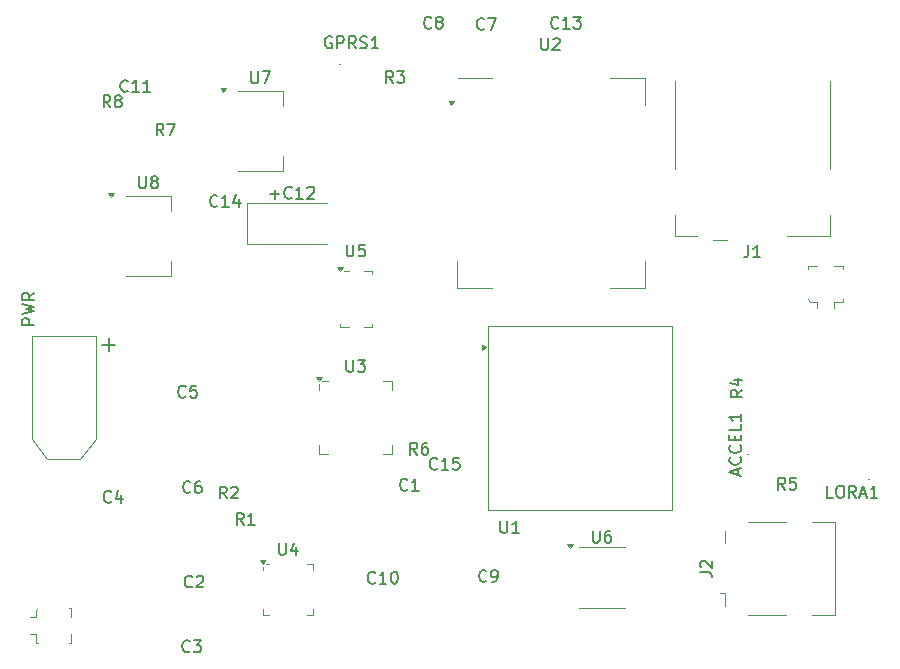
<source format=gbr>
%TF.GenerationSoftware,KiCad,Pcbnew,8.0.5*%
%TF.CreationDate,2024-11-03T18:03:45-05:00*%
%TF.ProjectId,emerald_pcb,656d6572-616c-4645-9f70-63622e6b6963,rev?*%
%TF.SameCoordinates,Original*%
%TF.FileFunction,Legend,Top*%
%TF.FilePolarity,Positive*%
%FSLAX46Y46*%
G04 Gerber Fmt 4.6, Leading zero omitted, Abs format (unit mm)*
G04 Created by KiCad (PCBNEW 8.0.5) date 2024-11-03 18:03:45*
%MOMM*%
%LPD*%
G01*
G04 APERTURE LIST*
%ADD10C,0.150000*%
%ADD11C,0.120000*%
%ADD12C,0.100000*%
G04 APERTURE END LIST*
D10*
X56105367Y-49746266D02*
X56867272Y-49746266D01*
X56486319Y-50127219D02*
X56486319Y-49365314D01*
X57914890Y-50031980D02*
X57867271Y-50079600D01*
X57867271Y-50079600D02*
X57724414Y-50127219D01*
X57724414Y-50127219D02*
X57629176Y-50127219D01*
X57629176Y-50127219D02*
X57486319Y-50079600D01*
X57486319Y-50079600D02*
X57391081Y-49984361D01*
X57391081Y-49984361D02*
X57343462Y-49889123D01*
X57343462Y-49889123D02*
X57295843Y-49698647D01*
X57295843Y-49698647D02*
X57295843Y-49555790D01*
X57295843Y-49555790D02*
X57343462Y-49365314D01*
X57343462Y-49365314D02*
X57391081Y-49270076D01*
X57391081Y-49270076D02*
X57486319Y-49174838D01*
X57486319Y-49174838D02*
X57629176Y-49127219D01*
X57629176Y-49127219D02*
X57724414Y-49127219D01*
X57724414Y-49127219D02*
X57867271Y-49174838D01*
X57867271Y-49174838D02*
X57914890Y-49222457D01*
X58867271Y-50127219D02*
X58295843Y-50127219D01*
X58581557Y-50127219D02*
X58581557Y-49127219D01*
X58581557Y-49127219D02*
X58486319Y-49270076D01*
X58486319Y-49270076D02*
X58391081Y-49365314D01*
X58391081Y-49365314D02*
X58295843Y-49412933D01*
X59248224Y-49222457D02*
X59295843Y-49174838D01*
X59295843Y-49174838D02*
X59391081Y-49127219D01*
X59391081Y-49127219D02*
X59629176Y-49127219D01*
X59629176Y-49127219D02*
X59724414Y-49174838D01*
X59724414Y-49174838D02*
X59772033Y-49222457D01*
X59772033Y-49222457D02*
X59819652Y-49317695D01*
X59819652Y-49317695D02*
X59819652Y-49412933D01*
X59819652Y-49412933D02*
X59772033Y-49555790D01*
X59772033Y-49555790D02*
X59200605Y-50127219D01*
X59200605Y-50127219D02*
X59819652Y-50127219D01*
X70233742Y-72969580D02*
X70186123Y-73017200D01*
X70186123Y-73017200D02*
X70043266Y-73064819D01*
X70043266Y-73064819D02*
X69948028Y-73064819D01*
X69948028Y-73064819D02*
X69805171Y-73017200D01*
X69805171Y-73017200D02*
X69709933Y-72921961D01*
X69709933Y-72921961D02*
X69662314Y-72826723D01*
X69662314Y-72826723D02*
X69614695Y-72636247D01*
X69614695Y-72636247D02*
X69614695Y-72493390D01*
X69614695Y-72493390D02*
X69662314Y-72302914D01*
X69662314Y-72302914D02*
X69709933Y-72207676D01*
X69709933Y-72207676D02*
X69805171Y-72112438D01*
X69805171Y-72112438D02*
X69948028Y-72064819D01*
X69948028Y-72064819D02*
X70043266Y-72064819D01*
X70043266Y-72064819D02*
X70186123Y-72112438D01*
X70186123Y-72112438D02*
X70233742Y-72160057D01*
X71186123Y-73064819D02*
X70614695Y-73064819D01*
X70900409Y-73064819D02*
X70900409Y-72064819D01*
X70900409Y-72064819D02*
X70805171Y-72207676D01*
X70805171Y-72207676D02*
X70709933Y-72302914D01*
X70709933Y-72302914D02*
X70614695Y-72350533D01*
X72090885Y-72064819D02*
X71614695Y-72064819D01*
X71614695Y-72064819D02*
X71567076Y-72541009D01*
X71567076Y-72541009D02*
X71614695Y-72493390D01*
X71614695Y-72493390D02*
X71709933Y-72445771D01*
X71709933Y-72445771D02*
X71948028Y-72445771D01*
X71948028Y-72445771D02*
X72043266Y-72493390D01*
X72043266Y-72493390D02*
X72090885Y-72541009D01*
X72090885Y-72541009D02*
X72138504Y-72636247D01*
X72138504Y-72636247D02*
X72138504Y-72874342D01*
X72138504Y-72874342D02*
X72090885Y-72969580D01*
X72090885Y-72969580D02*
X72043266Y-73017200D01*
X72043266Y-73017200D02*
X71948028Y-73064819D01*
X71948028Y-73064819D02*
X71709933Y-73064819D01*
X71709933Y-73064819D02*
X71614695Y-73017200D01*
X71614695Y-73017200D02*
X71567076Y-72969580D01*
X51640942Y-50719180D02*
X51593323Y-50766800D01*
X51593323Y-50766800D02*
X51450466Y-50814419D01*
X51450466Y-50814419D02*
X51355228Y-50814419D01*
X51355228Y-50814419D02*
X51212371Y-50766800D01*
X51212371Y-50766800D02*
X51117133Y-50671561D01*
X51117133Y-50671561D02*
X51069514Y-50576323D01*
X51069514Y-50576323D02*
X51021895Y-50385847D01*
X51021895Y-50385847D02*
X51021895Y-50242990D01*
X51021895Y-50242990D02*
X51069514Y-50052514D01*
X51069514Y-50052514D02*
X51117133Y-49957276D01*
X51117133Y-49957276D02*
X51212371Y-49862038D01*
X51212371Y-49862038D02*
X51355228Y-49814419D01*
X51355228Y-49814419D02*
X51450466Y-49814419D01*
X51450466Y-49814419D02*
X51593323Y-49862038D01*
X51593323Y-49862038D02*
X51640942Y-49909657D01*
X52593323Y-50814419D02*
X52021895Y-50814419D01*
X52307609Y-50814419D02*
X52307609Y-49814419D01*
X52307609Y-49814419D02*
X52212371Y-49957276D01*
X52212371Y-49957276D02*
X52117133Y-50052514D01*
X52117133Y-50052514D02*
X52021895Y-50100133D01*
X53450466Y-50147752D02*
X53450466Y-50814419D01*
X53212371Y-49766800D02*
X52974276Y-50481085D01*
X52974276Y-50481085D02*
X53593323Y-50481085D01*
X80495342Y-35631580D02*
X80447723Y-35679200D01*
X80447723Y-35679200D02*
X80304866Y-35726819D01*
X80304866Y-35726819D02*
X80209628Y-35726819D01*
X80209628Y-35726819D02*
X80066771Y-35679200D01*
X80066771Y-35679200D02*
X79971533Y-35583961D01*
X79971533Y-35583961D02*
X79923914Y-35488723D01*
X79923914Y-35488723D02*
X79876295Y-35298247D01*
X79876295Y-35298247D02*
X79876295Y-35155390D01*
X79876295Y-35155390D02*
X79923914Y-34964914D01*
X79923914Y-34964914D02*
X79971533Y-34869676D01*
X79971533Y-34869676D02*
X80066771Y-34774438D01*
X80066771Y-34774438D02*
X80209628Y-34726819D01*
X80209628Y-34726819D02*
X80304866Y-34726819D01*
X80304866Y-34726819D02*
X80447723Y-34774438D01*
X80447723Y-34774438D02*
X80495342Y-34822057D01*
X81447723Y-35726819D02*
X80876295Y-35726819D01*
X81162009Y-35726819D02*
X81162009Y-34726819D01*
X81162009Y-34726819D02*
X81066771Y-34869676D01*
X81066771Y-34869676D02*
X80971533Y-34964914D01*
X80971533Y-34964914D02*
X80876295Y-35012533D01*
X81781057Y-34726819D02*
X82400104Y-34726819D01*
X82400104Y-34726819D02*
X82066771Y-35107771D01*
X82066771Y-35107771D02*
X82209628Y-35107771D01*
X82209628Y-35107771D02*
X82304866Y-35155390D01*
X82304866Y-35155390D02*
X82352485Y-35203009D01*
X82352485Y-35203009D02*
X82400104Y-35298247D01*
X82400104Y-35298247D02*
X82400104Y-35536342D01*
X82400104Y-35536342D02*
X82352485Y-35631580D01*
X82352485Y-35631580D02*
X82304866Y-35679200D01*
X82304866Y-35679200D02*
X82209628Y-35726819D01*
X82209628Y-35726819D02*
X81923914Y-35726819D01*
X81923914Y-35726819D02*
X81828676Y-35679200D01*
X81828676Y-35679200D02*
X81781057Y-35631580D01*
X68553533Y-71794819D02*
X68220200Y-71318628D01*
X67982105Y-71794819D02*
X67982105Y-70794819D01*
X67982105Y-70794819D02*
X68363057Y-70794819D01*
X68363057Y-70794819D02*
X68458295Y-70842438D01*
X68458295Y-70842438D02*
X68505914Y-70890057D01*
X68505914Y-70890057D02*
X68553533Y-70985295D01*
X68553533Y-70985295D02*
X68553533Y-71128152D01*
X68553533Y-71128152D02*
X68505914Y-71223390D01*
X68505914Y-71223390D02*
X68458295Y-71271009D01*
X68458295Y-71271009D02*
X68363057Y-71318628D01*
X68363057Y-71318628D02*
X67982105Y-71318628D01*
X69410676Y-70794819D02*
X69220200Y-70794819D01*
X69220200Y-70794819D02*
X69124962Y-70842438D01*
X69124962Y-70842438D02*
X69077343Y-70890057D01*
X69077343Y-70890057D02*
X68982105Y-71032914D01*
X68982105Y-71032914D02*
X68934486Y-71223390D01*
X68934486Y-71223390D02*
X68934486Y-71604342D01*
X68934486Y-71604342D02*
X68982105Y-71699580D01*
X68982105Y-71699580D02*
X69029724Y-71747200D01*
X69029724Y-71747200D02*
X69124962Y-71794819D01*
X69124962Y-71794819D02*
X69315438Y-71794819D01*
X69315438Y-71794819D02*
X69410676Y-71747200D01*
X69410676Y-71747200D02*
X69458295Y-71699580D01*
X69458295Y-71699580D02*
X69505914Y-71604342D01*
X69505914Y-71604342D02*
X69505914Y-71366247D01*
X69505914Y-71366247D02*
X69458295Y-71271009D01*
X69458295Y-71271009D02*
X69410676Y-71223390D01*
X69410676Y-71223390D02*
X69315438Y-71175771D01*
X69315438Y-71175771D02*
X69124962Y-71175771D01*
X69124962Y-71175771D02*
X69029724Y-71223390D01*
X69029724Y-71223390D02*
X68982105Y-71271009D01*
X68982105Y-71271009D02*
X68934486Y-71366247D01*
X53844333Y-77738419D02*
X53511000Y-77262228D01*
X53272905Y-77738419D02*
X53272905Y-76738419D01*
X53272905Y-76738419D02*
X53653857Y-76738419D01*
X53653857Y-76738419D02*
X53749095Y-76786038D01*
X53749095Y-76786038D02*
X53796714Y-76833657D01*
X53796714Y-76833657D02*
X53844333Y-76928895D01*
X53844333Y-76928895D02*
X53844333Y-77071752D01*
X53844333Y-77071752D02*
X53796714Y-77166990D01*
X53796714Y-77166990D02*
X53749095Y-77214609D01*
X53749095Y-77214609D02*
X53653857Y-77262228D01*
X53653857Y-77262228D02*
X53272905Y-77262228D01*
X54796714Y-77738419D02*
X54225286Y-77738419D01*
X54511000Y-77738419D02*
X54511000Y-76738419D01*
X54511000Y-76738419D02*
X54415762Y-76881276D01*
X54415762Y-76881276D02*
X54320524Y-76976514D01*
X54320524Y-76976514D02*
X54225286Y-77024133D01*
X52421933Y-75503219D02*
X52088600Y-75027028D01*
X51850505Y-75503219D02*
X51850505Y-74503219D01*
X51850505Y-74503219D02*
X52231457Y-74503219D01*
X52231457Y-74503219D02*
X52326695Y-74550838D01*
X52326695Y-74550838D02*
X52374314Y-74598457D01*
X52374314Y-74598457D02*
X52421933Y-74693695D01*
X52421933Y-74693695D02*
X52421933Y-74836552D01*
X52421933Y-74836552D02*
X52374314Y-74931790D01*
X52374314Y-74931790D02*
X52326695Y-74979409D01*
X52326695Y-74979409D02*
X52231457Y-75027028D01*
X52231457Y-75027028D02*
X51850505Y-75027028D01*
X52802886Y-74598457D02*
X52850505Y-74550838D01*
X52850505Y-74550838D02*
X52945743Y-74503219D01*
X52945743Y-74503219D02*
X53183838Y-74503219D01*
X53183838Y-74503219D02*
X53279076Y-74550838D01*
X53279076Y-74550838D02*
X53326695Y-74598457D01*
X53326695Y-74598457D02*
X53374314Y-74693695D01*
X53374314Y-74693695D02*
X53374314Y-74788933D01*
X53374314Y-74788933D02*
X53326695Y-74931790D01*
X53326695Y-74931790D02*
X52755267Y-75503219D01*
X52755267Y-75503219D02*
X53374314Y-75503219D01*
X42566733Y-42381619D02*
X42233400Y-41905428D01*
X41995305Y-42381619D02*
X41995305Y-41381619D01*
X41995305Y-41381619D02*
X42376257Y-41381619D01*
X42376257Y-41381619D02*
X42471495Y-41429238D01*
X42471495Y-41429238D02*
X42519114Y-41476857D01*
X42519114Y-41476857D02*
X42566733Y-41572095D01*
X42566733Y-41572095D02*
X42566733Y-41714952D01*
X42566733Y-41714952D02*
X42519114Y-41810190D01*
X42519114Y-41810190D02*
X42471495Y-41857809D01*
X42471495Y-41857809D02*
X42376257Y-41905428D01*
X42376257Y-41905428D02*
X41995305Y-41905428D01*
X43138162Y-41810190D02*
X43042924Y-41762571D01*
X43042924Y-41762571D02*
X42995305Y-41714952D01*
X42995305Y-41714952D02*
X42947686Y-41619714D01*
X42947686Y-41619714D02*
X42947686Y-41572095D01*
X42947686Y-41572095D02*
X42995305Y-41476857D01*
X42995305Y-41476857D02*
X43042924Y-41429238D01*
X43042924Y-41429238D02*
X43138162Y-41381619D01*
X43138162Y-41381619D02*
X43328638Y-41381619D01*
X43328638Y-41381619D02*
X43423876Y-41429238D01*
X43423876Y-41429238D02*
X43471495Y-41476857D01*
X43471495Y-41476857D02*
X43519114Y-41572095D01*
X43519114Y-41572095D02*
X43519114Y-41619714D01*
X43519114Y-41619714D02*
X43471495Y-41714952D01*
X43471495Y-41714952D02*
X43423876Y-41762571D01*
X43423876Y-41762571D02*
X43328638Y-41810190D01*
X43328638Y-41810190D02*
X43138162Y-41810190D01*
X43138162Y-41810190D02*
X43042924Y-41857809D01*
X43042924Y-41857809D02*
X42995305Y-41905428D01*
X42995305Y-41905428D02*
X42947686Y-42000666D01*
X42947686Y-42000666D02*
X42947686Y-42191142D01*
X42947686Y-42191142D02*
X42995305Y-42286380D01*
X42995305Y-42286380D02*
X43042924Y-42334000D01*
X43042924Y-42334000D02*
X43138162Y-42381619D01*
X43138162Y-42381619D02*
X43328638Y-42381619D01*
X43328638Y-42381619D02*
X43423876Y-42334000D01*
X43423876Y-42334000D02*
X43471495Y-42286380D01*
X43471495Y-42286380D02*
X43519114Y-42191142D01*
X43519114Y-42191142D02*
X43519114Y-42000666D01*
X43519114Y-42000666D02*
X43471495Y-41905428D01*
X43471495Y-41905428D02*
X43423876Y-41857809D01*
X43423876Y-41857809D02*
X43328638Y-41810190D01*
X47065133Y-44769219D02*
X46731800Y-44293028D01*
X46493705Y-44769219D02*
X46493705Y-43769219D01*
X46493705Y-43769219D02*
X46874657Y-43769219D01*
X46874657Y-43769219D02*
X46969895Y-43816838D01*
X46969895Y-43816838D02*
X47017514Y-43864457D01*
X47017514Y-43864457D02*
X47065133Y-43959695D01*
X47065133Y-43959695D02*
X47065133Y-44102552D01*
X47065133Y-44102552D02*
X47017514Y-44197790D01*
X47017514Y-44197790D02*
X46969895Y-44245409D01*
X46969895Y-44245409D02*
X46874657Y-44293028D01*
X46874657Y-44293028D02*
X46493705Y-44293028D01*
X47398467Y-43769219D02*
X48065133Y-43769219D01*
X48065133Y-43769219D02*
X47636562Y-44769219D01*
X99707733Y-74758419D02*
X99374400Y-74282228D01*
X99136305Y-74758419D02*
X99136305Y-73758419D01*
X99136305Y-73758419D02*
X99517257Y-73758419D01*
X99517257Y-73758419D02*
X99612495Y-73806038D01*
X99612495Y-73806038D02*
X99660114Y-73853657D01*
X99660114Y-73853657D02*
X99707733Y-73948895D01*
X99707733Y-73948895D02*
X99707733Y-74091752D01*
X99707733Y-74091752D02*
X99660114Y-74186990D01*
X99660114Y-74186990D02*
X99612495Y-74234609D01*
X99612495Y-74234609D02*
X99517257Y-74282228D01*
X99517257Y-74282228D02*
X99136305Y-74282228D01*
X100612495Y-73758419D02*
X100136305Y-73758419D01*
X100136305Y-73758419D02*
X100088686Y-74234609D01*
X100088686Y-74234609D02*
X100136305Y-74186990D01*
X100136305Y-74186990D02*
X100231543Y-74139371D01*
X100231543Y-74139371D02*
X100469638Y-74139371D01*
X100469638Y-74139371D02*
X100564876Y-74186990D01*
X100564876Y-74186990D02*
X100612495Y-74234609D01*
X100612495Y-74234609D02*
X100660114Y-74329847D01*
X100660114Y-74329847D02*
X100660114Y-74567942D01*
X100660114Y-74567942D02*
X100612495Y-74663180D01*
X100612495Y-74663180D02*
X100564876Y-74710800D01*
X100564876Y-74710800D02*
X100469638Y-74758419D01*
X100469638Y-74758419D02*
X100231543Y-74758419D01*
X100231543Y-74758419D02*
X100136305Y-74710800D01*
X100136305Y-74710800D02*
X100088686Y-74663180D01*
X66521533Y-40316019D02*
X66188200Y-39839828D01*
X65950105Y-40316019D02*
X65950105Y-39316019D01*
X65950105Y-39316019D02*
X66331057Y-39316019D01*
X66331057Y-39316019D02*
X66426295Y-39363638D01*
X66426295Y-39363638D02*
X66473914Y-39411257D01*
X66473914Y-39411257D02*
X66521533Y-39506495D01*
X66521533Y-39506495D02*
X66521533Y-39649352D01*
X66521533Y-39649352D02*
X66473914Y-39744590D01*
X66473914Y-39744590D02*
X66426295Y-39792209D01*
X66426295Y-39792209D02*
X66331057Y-39839828D01*
X66331057Y-39839828D02*
X65950105Y-39839828D01*
X66854867Y-39316019D02*
X67473914Y-39316019D01*
X67473914Y-39316019D02*
X67140581Y-39696971D01*
X67140581Y-39696971D02*
X67283438Y-39696971D01*
X67283438Y-39696971D02*
X67378676Y-39744590D01*
X67378676Y-39744590D02*
X67426295Y-39792209D01*
X67426295Y-39792209D02*
X67473914Y-39887447D01*
X67473914Y-39887447D02*
X67473914Y-40125542D01*
X67473914Y-40125542D02*
X67426295Y-40220780D01*
X67426295Y-40220780D02*
X67378676Y-40268400D01*
X67378676Y-40268400D02*
X67283438Y-40316019D01*
X67283438Y-40316019D02*
X66997724Y-40316019D01*
X66997724Y-40316019D02*
X66902486Y-40268400D01*
X66902486Y-40268400D02*
X66854867Y-40220780D01*
X96077219Y-66320466D02*
X95601028Y-66653799D01*
X96077219Y-66891894D02*
X95077219Y-66891894D01*
X95077219Y-66891894D02*
X95077219Y-66510942D01*
X95077219Y-66510942D02*
X95124838Y-66415704D01*
X95124838Y-66415704D02*
X95172457Y-66368085D01*
X95172457Y-66368085D02*
X95267695Y-66320466D01*
X95267695Y-66320466D02*
X95410552Y-66320466D01*
X95410552Y-66320466D02*
X95505790Y-66368085D01*
X95505790Y-66368085D02*
X95553409Y-66415704D01*
X95553409Y-66415704D02*
X95601028Y-66510942D01*
X95601028Y-66510942D02*
X95601028Y-66891894D01*
X95410552Y-65463323D02*
X96077219Y-65463323D01*
X95029600Y-65701418D02*
X95743885Y-65939513D01*
X95743885Y-65939513D02*
X95743885Y-65320466D01*
X74215133Y-35733180D02*
X74167514Y-35780800D01*
X74167514Y-35780800D02*
X74024657Y-35828419D01*
X74024657Y-35828419D02*
X73929419Y-35828419D01*
X73929419Y-35828419D02*
X73786562Y-35780800D01*
X73786562Y-35780800D02*
X73691324Y-35685561D01*
X73691324Y-35685561D02*
X73643705Y-35590323D01*
X73643705Y-35590323D02*
X73596086Y-35399847D01*
X73596086Y-35399847D02*
X73596086Y-35256990D01*
X73596086Y-35256990D02*
X73643705Y-35066514D01*
X73643705Y-35066514D02*
X73691324Y-34971276D01*
X73691324Y-34971276D02*
X73786562Y-34876038D01*
X73786562Y-34876038D02*
X73929419Y-34828419D01*
X73929419Y-34828419D02*
X74024657Y-34828419D01*
X74024657Y-34828419D02*
X74167514Y-34876038D01*
X74167514Y-34876038D02*
X74215133Y-34923657D01*
X74548467Y-34828419D02*
X75215133Y-34828419D01*
X75215133Y-34828419D02*
X74786562Y-35828419D01*
X69744733Y-35631580D02*
X69697114Y-35679200D01*
X69697114Y-35679200D02*
X69554257Y-35726819D01*
X69554257Y-35726819D02*
X69459019Y-35726819D01*
X69459019Y-35726819D02*
X69316162Y-35679200D01*
X69316162Y-35679200D02*
X69220924Y-35583961D01*
X69220924Y-35583961D02*
X69173305Y-35488723D01*
X69173305Y-35488723D02*
X69125686Y-35298247D01*
X69125686Y-35298247D02*
X69125686Y-35155390D01*
X69125686Y-35155390D02*
X69173305Y-34964914D01*
X69173305Y-34964914D02*
X69220924Y-34869676D01*
X69220924Y-34869676D02*
X69316162Y-34774438D01*
X69316162Y-34774438D02*
X69459019Y-34726819D01*
X69459019Y-34726819D02*
X69554257Y-34726819D01*
X69554257Y-34726819D02*
X69697114Y-34774438D01*
X69697114Y-34774438D02*
X69744733Y-34822057D01*
X70316162Y-35155390D02*
X70220924Y-35107771D01*
X70220924Y-35107771D02*
X70173305Y-35060152D01*
X70173305Y-35060152D02*
X70125686Y-34964914D01*
X70125686Y-34964914D02*
X70125686Y-34917295D01*
X70125686Y-34917295D02*
X70173305Y-34822057D01*
X70173305Y-34822057D02*
X70220924Y-34774438D01*
X70220924Y-34774438D02*
X70316162Y-34726819D01*
X70316162Y-34726819D02*
X70506638Y-34726819D01*
X70506638Y-34726819D02*
X70601876Y-34774438D01*
X70601876Y-34774438D02*
X70649495Y-34822057D01*
X70649495Y-34822057D02*
X70697114Y-34917295D01*
X70697114Y-34917295D02*
X70697114Y-34964914D01*
X70697114Y-34964914D02*
X70649495Y-35060152D01*
X70649495Y-35060152D02*
X70601876Y-35107771D01*
X70601876Y-35107771D02*
X70506638Y-35155390D01*
X70506638Y-35155390D02*
X70316162Y-35155390D01*
X70316162Y-35155390D02*
X70220924Y-35203009D01*
X70220924Y-35203009D02*
X70173305Y-35250628D01*
X70173305Y-35250628D02*
X70125686Y-35345866D01*
X70125686Y-35345866D02*
X70125686Y-35536342D01*
X70125686Y-35536342D02*
X70173305Y-35631580D01*
X70173305Y-35631580D02*
X70220924Y-35679200D01*
X70220924Y-35679200D02*
X70316162Y-35726819D01*
X70316162Y-35726819D02*
X70506638Y-35726819D01*
X70506638Y-35726819D02*
X70601876Y-35679200D01*
X70601876Y-35679200D02*
X70649495Y-35631580D01*
X70649495Y-35631580D02*
X70697114Y-35536342D01*
X70697114Y-35536342D02*
X70697114Y-35345866D01*
X70697114Y-35345866D02*
X70649495Y-35250628D01*
X70649495Y-35250628D02*
X70601876Y-35203009D01*
X70601876Y-35203009D02*
X70506638Y-35155390D01*
X49285733Y-88429980D02*
X49238114Y-88477600D01*
X49238114Y-88477600D02*
X49095257Y-88525219D01*
X49095257Y-88525219D02*
X49000019Y-88525219D01*
X49000019Y-88525219D02*
X48857162Y-88477600D01*
X48857162Y-88477600D02*
X48761924Y-88382361D01*
X48761924Y-88382361D02*
X48714305Y-88287123D01*
X48714305Y-88287123D02*
X48666686Y-88096647D01*
X48666686Y-88096647D02*
X48666686Y-87953790D01*
X48666686Y-87953790D02*
X48714305Y-87763314D01*
X48714305Y-87763314D02*
X48761924Y-87668076D01*
X48761924Y-87668076D02*
X48857162Y-87572838D01*
X48857162Y-87572838D02*
X49000019Y-87525219D01*
X49000019Y-87525219D02*
X49095257Y-87525219D01*
X49095257Y-87525219D02*
X49238114Y-87572838D01*
X49238114Y-87572838D02*
X49285733Y-87620457D01*
X49619067Y-87525219D02*
X50238114Y-87525219D01*
X50238114Y-87525219D02*
X49904781Y-87906171D01*
X49904781Y-87906171D02*
X50047638Y-87906171D01*
X50047638Y-87906171D02*
X50142876Y-87953790D01*
X50142876Y-87953790D02*
X50190495Y-88001409D01*
X50190495Y-88001409D02*
X50238114Y-88096647D01*
X50238114Y-88096647D02*
X50238114Y-88334742D01*
X50238114Y-88334742D02*
X50190495Y-88429980D01*
X50190495Y-88429980D02*
X50142876Y-88477600D01*
X50142876Y-88477600D02*
X50047638Y-88525219D01*
X50047638Y-88525219D02*
X49761924Y-88525219D01*
X49761924Y-88525219D02*
X49666686Y-88477600D01*
X49666686Y-88477600D02*
X49619067Y-88429980D01*
X67712733Y-74747580D02*
X67665114Y-74795200D01*
X67665114Y-74795200D02*
X67522257Y-74842819D01*
X67522257Y-74842819D02*
X67427019Y-74842819D01*
X67427019Y-74842819D02*
X67284162Y-74795200D01*
X67284162Y-74795200D02*
X67188924Y-74699961D01*
X67188924Y-74699961D02*
X67141305Y-74604723D01*
X67141305Y-74604723D02*
X67093686Y-74414247D01*
X67093686Y-74414247D02*
X67093686Y-74271390D01*
X67093686Y-74271390D02*
X67141305Y-74080914D01*
X67141305Y-74080914D02*
X67188924Y-73985676D01*
X67188924Y-73985676D02*
X67284162Y-73890438D01*
X67284162Y-73890438D02*
X67427019Y-73842819D01*
X67427019Y-73842819D02*
X67522257Y-73842819D01*
X67522257Y-73842819D02*
X67665114Y-73890438D01*
X67665114Y-73890438D02*
X67712733Y-73938057D01*
X68665114Y-74842819D02*
X68093686Y-74842819D01*
X68379400Y-74842819D02*
X68379400Y-73842819D01*
X68379400Y-73842819D02*
X68284162Y-73985676D01*
X68284162Y-73985676D02*
X68188924Y-74080914D01*
X68188924Y-74080914D02*
X68093686Y-74128533D01*
X49488933Y-82943580D02*
X49441314Y-82991200D01*
X49441314Y-82991200D02*
X49298457Y-83038819D01*
X49298457Y-83038819D02*
X49203219Y-83038819D01*
X49203219Y-83038819D02*
X49060362Y-82991200D01*
X49060362Y-82991200D02*
X48965124Y-82895961D01*
X48965124Y-82895961D02*
X48917505Y-82800723D01*
X48917505Y-82800723D02*
X48869886Y-82610247D01*
X48869886Y-82610247D02*
X48869886Y-82467390D01*
X48869886Y-82467390D02*
X48917505Y-82276914D01*
X48917505Y-82276914D02*
X48965124Y-82181676D01*
X48965124Y-82181676D02*
X49060362Y-82086438D01*
X49060362Y-82086438D02*
X49203219Y-82038819D01*
X49203219Y-82038819D02*
X49298457Y-82038819D01*
X49298457Y-82038819D02*
X49441314Y-82086438D01*
X49441314Y-82086438D02*
X49488933Y-82134057D01*
X49869886Y-82134057D02*
X49917505Y-82086438D01*
X49917505Y-82086438D02*
X50012743Y-82038819D01*
X50012743Y-82038819D02*
X50250838Y-82038819D01*
X50250838Y-82038819D02*
X50346076Y-82086438D01*
X50346076Y-82086438D02*
X50393695Y-82134057D01*
X50393695Y-82134057D02*
X50441314Y-82229295D01*
X50441314Y-82229295D02*
X50441314Y-82324533D01*
X50441314Y-82324533D02*
X50393695Y-82467390D01*
X50393695Y-82467390D02*
X49822267Y-83038819D01*
X49822267Y-83038819D02*
X50441314Y-83038819D01*
X64990742Y-82621580D02*
X64943123Y-82669200D01*
X64943123Y-82669200D02*
X64800266Y-82716819D01*
X64800266Y-82716819D02*
X64705028Y-82716819D01*
X64705028Y-82716819D02*
X64562171Y-82669200D01*
X64562171Y-82669200D02*
X64466933Y-82573961D01*
X64466933Y-82573961D02*
X64419314Y-82478723D01*
X64419314Y-82478723D02*
X64371695Y-82288247D01*
X64371695Y-82288247D02*
X64371695Y-82145390D01*
X64371695Y-82145390D02*
X64419314Y-81954914D01*
X64419314Y-81954914D02*
X64466933Y-81859676D01*
X64466933Y-81859676D02*
X64562171Y-81764438D01*
X64562171Y-81764438D02*
X64705028Y-81716819D01*
X64705028Y-81716819D02*
X64800266Y-81716819D01*
X64800266Y-81716819D02*
X64943123Y-81764438D01*
X64943123Y-81764438D02*
X64990742Y-81812057D01*
X65943123Y-82716819D02*
X65371695Y-82716819D01*
X65657409Y-82716819D02*
X65657409Y-81716819D01*
X65657409Y-81716819D02*
X65562171Y-81859676D01*
X65562171Y-81859676D02*
X65466933Y-81954914D01*
X65466933Y-81954914D02*
X65371695Y-82002533D01*
X66562171Y-81716819D02*
X66657409Y-81716819D01*
X66657409Y-81716819D02*
X66752647Y-81764438D01*
X66752647Y-81764438D02*
X66800266Y-81812057D01*
X66800266Y-81812057D02*
X66847885Y-81907295D01*
X66847885Y-81907295D02*
X66895504Y-82097771D01*
X66895504Y-82097771D02*
X66895504Y-82335866D01*
X66895504Y-82335866D02*
X66847885Y-82526342D01*
X66847885Y-82526342D02*
X66800266Y-82621580D01*
X66800266Y-82621580D02*
X66752647Y-82669200D01*
X66752647Y-82669200D02*
X66657409Y-82716819D01*
X66657409Y-82716819D02*
X66562171Y-82716819D01*
X66562171Y-82716819D02*
X66466933Y-82669200D01*
X66466933Y-82669200D02*
X66419314Y-82621580D01*
X66419314Y-82621580D02*
X66371695Y-82526342D01*
X66371695Y-82526342D02*
X66324076Y-82335866D01*
X66324076Y-82335866D02*
X66324076Y-82097771D01*
X66324076Y-82097771D02*
X66371695Y-81907295D01*
X66371695Y-81907295D02*
X66419314Y-81812057D01*
X66419314Y-81812057D02*
X66466933Y-81764438D01*
X66466933Y-81764438D02*
X66562171Y-81716819D01*
X74407733Y-82477580D02*
X74360114Y-82525200D01*
X74360114Y-82525200D02*
X74217257Y-82572819D01*
X74217257Y-82572819D02*
X74122019Y-82572819D01*
X74122019Y-82572819D02*
X73979162Y-82525200D01*
X73979162Y-82525200D02*
X73883924Y-82429961D01*
X73883924Y-82429961D02*
X73836305Y-82334723D01*
X73836305Y-82334723D02*
X73788686Y-82144247D01*
X73788686Y-82144247D02*
X73788686Y-82001390D01*
X73788686Y-82001390D02*
X73836305Y-81810914D01*
X73836305Y-81810914D02*
X73883924Y-81715676D01*
X73883924Y-81715676D02*
X73979162Y-81620438D01*
X73979162Y-81620438D02*
X74122019Y-81572819D01*
X74122019Y-81572819D02*
X74217257Y-81572819D01*
X74217257Y-81572819D02*
X74360114Y-81620438D01*
X74360114Y-81620438D02*
X74407733Y-81668057D01*
X74883924Y-82572819D02*
X75074400Y-82572819D01*
X75074400Y-82572819D02*
X75169638Y-82525200D01*
X75169638Y-82525200D02*
X75217257Y-82477580D01*
X75217257Y-82477580D02*
X75312495Y-82334723D01*
X75312495Y-82334723D02*
X75360114Y-82144247D01*
X75360114Y-82144247D02*
X75360114Y-81763295D01*
X75360114Y-81763295D02*
X75312495Y-81668057D01*
X75312495Y-81668057D02*
X75264876Y-81620438D01*
X75264876Y-81620438D02*
X75169638Y-81572819D01*
X75169638Y-81572819D02*
X74979162Y-81572819D01*
X74979162Y-81572819D02*
X74883924Y-81620438D01*
X74883924Y-81620438D02*
X74836305Y-81668057D01*
X74836305Y-81668057D02*
X74788686Y-81763295D01*
X74788686Y-81763295D02*
X74788686Y-82001390D01*
X74788686Y-82001390D02*
X74836305Y-82096628D01*
X74836305Y-82096628D02*
X74883924Y-82144247D01*
X74883924Y-82144247D02*
X74979162Y-82191866D01*
X74979162Y-82191866D02*
X75169638Y-82191866D01*
X75169638Y-82191866D02*
X75264876Y-82144247D01*
X75264876Y-82144247D02*
X75312495Y-82096628D01*
X75312495Y-82096628D02*
X75360114Y-82001390D01*
X49341333Y-74950780D02*
X49293714Y-74998400D01*
X49293714Y-74998400D02*
X49150857Y-75046019D01*
X49150857Y-75046019D02*
X49055619Y-75046019D01*
X49055619Y-75046019D02*
X48912762Y-74998400D01*
X48912762Y-74998400D02*
X48817524Y-74903161D01*
X48817524Y-74903161D02*
X48769905Y-74807923D01*
X48769905Y-74807923D02*
X48722286Y-74617447D01*
X48722286Y-74617447D02*
X48722286Y-74474590D01*
X48722286Y-74474590D02*
X48769905Y-74284114D01*
X48769905Y-74284114D02*
X48817524Y-74188876D01*
X48817524Y-74188876D02*
X48912762Y-74093638D01*
X48912762Y-74093638D02*
X49055619Y-74046019D01*
X49055619Y-74046019D02*
X49150857Y-74046019D01*
X49150857Y-74046019D02*
X49293714Y-74093638D01*
X49293714Y-74093638D02*
X49341333Y-74141257D01*
X50198476Y-74046019D02*
X50008000Y-74046019D01*
X50008000Y-74046019D02*
X49912762Y-74093638D01*
X49912762Y-74093638D02*
X49865143Y-74141257D01*
X49865143Y-74141257D02*
X49769905Y-74284114D01*
X49769905Y-74284114D02*
X49722286Y-74474590D01*
X49722286Y-74474590D02*
X49722286Y-74855542D01*
X49722286Y-74855542D02*
X49769905Y-74950780D01*
X49769905Y-74950780D02*
X49817524Y-74998400D01*
X49817524Y-74998400D02*
X49912762Y-75046019D01*
X49912762Y-75046019D02*
X50103238Y-75046019D01*
X50103238Y-75046019D02*
X50198476Y-74998400D01*
X50198476Y-74998400D02*
X50246095Y-74950780D01*
X50246095Y-74950780D02*
X50293714Y-74855542D01*
X50293714Y-74855542D02*
X50293714Y-74617447D01*
X50293714Y-74617447D02*
X50246095Y-74522209D01*
X50246095Y-74522209D02*
X50198476Y-74474590D01*
X50198476Y-74474590D02*
X50103238Y-74426971D01*
X50103238Y-74426971D02*
X49912762Y-74426971D01*
X49912762Y-74426971D02*
X49817524Y-74474590D01*
X49817524Y-74474590D02*
X49769905Y-74522209D01*
X49769905Y-74522209D02*
X49722286Y-74617447D01*
X42635733Y-75763580D02*
X42588114Y-75811200D01*
X42588114Y-75811200D02*
X42445257Y-75858819D01*
X42445257Y-75858819D02*
X42350019Y-75858819D01*
X42350019Y-75858819D02*
X42207162Y-75811200D01*
X42207162Y-75811200D02*
X42111924Y-75715961D01*
X42111924Y-75715961D02*
X42064305Y-75620723D01*
X42064305Y-75620723D02*
X42016686Y-75430247D01*
X42016686Y-75430247D02*
X42016686Y-75287390D01*
X42016686Y-75287390D02*
X42064305Y-75096914D01*
X42064305Y-75096914D02*
X42111924Y-75001676D01*
X42111924Y-75001676D02*
X42207162Y-74906438D01*
X42207162Y-74906438D02*
X42350019Y-74858819D01*
X42350019Y-74858819D02*
X42445257Y-74858819D01*
X42445257Y-74858819D02*
X42588114Y-74906438D01*
X42588114Y-74906438D02*
X42635733Y-74954057D01*
X43492876Y-75192152D02*
X43492876Y-75858819D01*
X43254781Y-74811200D02*
X43016686Y-75525485D01*
X43016686Y-75525485D02*
X43635733Y-75525485D01*
X48934933Y-66873580D02*
X48887314Y-66921200D01*
X48887314Y-66921200D02*
X48744457Y-66968819D01*
X48744457Y-66968819D02*
X48649219Y-66968819D01*
X48649219Y-66968819D02*
X48506362Y-66921200D01*
X48506362Y-66921200D02*
X48411124Y-66825961D01*
X48411124Y-66825961D02*
X48363505Y-66730723D01*
X48363505Y-66730723D02*
X48315886Y-66540247D01*
X48315886Y-66540247D02*
X48315886Y-66397390D01*
X48315886Y-66397390D02*
X48363505Y-66206914D01*
X48363505Y-66206914D02*
X48411124Y-66111676D01*
X48411124Y-66111676D02*
X48506362Y-66016438D01*
X48506362Y-66016438D02*
X48649219Y-65968819D01*
X48649219Y-65968819D02*
X48744457Y-65968819D01*
X48744457Y-65968819D02*
X48887314Y-66016438D01*
X48887314Y-66016438D02*
X48934933Y-66064057D01*
X49839695Y-65968819D02*
X49363505Y-65968819D01*
X49363505Y-65968819D02*
X49315886Y-66445009D01*
X49315886Y-66445009D02*
X49363505Y-66397390D01*
X49363505Y-66397390D02*
X49458743Y-66349771D01*
X49458743Y-66349771D02*
X49696838Y-66349771D01*
X49696838Y-66349771D02*
X49792076Y-66397390D01*
X49792076Y-66397390D02*
X49839695Y-66445009D01*
X49839695Y-66445009D02*
X49887314Y-66540247D01*
X49887314Y-66540247D02*
X49887314Y-66778342D01*
X49887314Y-66778342D02*
X49839695Y-66873580D01*
X49839695Y-66873580D02*
X49792076Y-66921200D01*
X49792076Y-66921200D02*
X49696838Y-66968819D01*
X49696838Y-66968819D02*
X49458743Y-66968819D01*
X49458743Y-66968819D02*
X49363505Y-66921200D01*
X49363505Y-66921200D02*
X49315886Y-66873580D01*
X44039142Y-40982780D02*
X43991523Y-41030400D01*
X43991523Y-41030400D02*
X43848666Y-41078019D01*
X43848666Y-41078019D02*
X43753428Y-41078019D01*
X43753428Y-41078019D02*
X43610571Y-41030400D01*
X43610571Y-41030400D02*
X43515333Y-40935161D01*
X43515333Y-40935161D02*
X43467714Y-40839923D01*
X43467714Y-40839923D02*
X43420095Y-40649447D01*
X43420095Y-40649447D02*
X43420095Y-40506590D01*
X43420095Y-40506590D02*
X43467714Y-40316114D01*
X43467714Y-40316114D02*
X43515333Y-40220876D01*
X43515333Y-40220876D02*
X43610571Y-40125638D01*
X43610571Y-40125638D02*
X43753428Y-40078019D01*
X43753428Y-40078019D02*
X43848666Y-40078019D01*
X43848666Y-40078019D02*
X43991523Y-40125638D01*
X43991523Y-40125638D02*
X44039142Y-40173257D01*
X44991523Y-41078019D02*
X44420095Y-41078019D01*
X44705809Y-41078019D02*
X44705809Y-40078019D01*
X44705809Y-40078019D02*
X44610571Y-40220876D01*
X44610571Y-40220876D02*
X44515333Y-40316114D01*
X44515333Y-40316114D02*
X44420095Y-40363733D01*
X45943904Y-41078019D02*
X45372476Y-41078019D01*
X45658190Y-41078019D02*
X45658190Y-40078019D01*
X45658190Y-40078019D02*
X45562952Y-40220876D01*
X45562952Y-40220876D02*
X45467714Y-40316114D01*
X45467714Y-40316114D02*
X45372476Y-40363733D01*
X54508095Y-39354019D02*
X54508095Y-40163542D01*
X54508095Y-40163542D02*
X54555714Y-40258780D01*
X54555714Y-40258780D02*
X54603333Y-40306400D01*
X54603333Y-40306400D02*
X54698571Y-40354019D01*
X54698571Y-40354019D02*
X54889047Y-40354019D01*
X54889047Y-40354019D02*
X54984285Y-40306400D01*
X54984285Y-40306400D02*
X55031904Y-40258780D01*
X55031904Y-40258780D02*
X55079523Y-40163542D01*
X55079523Y-40163542D02*
X55079523Y-39354019D01*
X55460476Y-39354019D02*
X56127142Y-39354019D01*
X56127142Y-39354019D02*
X55698571Y-40354019D01*
X96584066Y-54079219D02*
X96584066Y-54793504D01*
X96584066Y-54793504D02*
X96536447Y-54936361D01*
X96536447Y-54936361D02*
X96441209Y-55031600D01*
X96441209Y-55031600D02*
X96298352Y-55079219D01*
X96298352Y-55079219D02*
X96203114Y-55079219D01*
X97584066Y-55079219D02*
X97012638Y-55079219D01*
X97298352Y-55079219D02*
X97298352Y-54079219D01*
X97298352Y-54079219D02*
X97203114Y-54222076D01*
X97203114Y-54222076D02*
X97107876Y-54317314D01*
X97107876Y-54317314D02*
X97012638Y-54364933D01*
X75601295Y-77426019D02*
X75601295Y-78235542D01*
X75601295Y-78235542D02*
X75648914Y-78330780D01*
X75648914Y-78330780D02*
X75696533Y-78378400D01*
X75696533Y-78378400D02*
X75791771Y-78426019D01*
X75791771Y-78426019D02*
X75982247Y-78426019D01*
X75982247Y-78426019D02*
X76077485Y-78378400D01*
X76077485Y-78378400D02*
X76125104Y-78330780D01*
X76125104Y-78330780D02*
X76172723Y-78235542D01*
X76172723Y-78235542D02*
X76172723Y-77426019D01*
X77172723Y-78426019D02*
X76601295Y-78426019D01*
X76887009Y-78426019D02*
X76887009Y-77426019D01*
X76887009Y-77426019D02*
X76791771Y-77568876D01*
X76791771Y-77568876D02*
X76696533Y-77664114D01*
X76696533Y-77664114D02*
X76601295Y-77711733D01*
X61301523Y-36434038D02*
X61206285Y-36386419D01*
X61206285Y-36386419D02*
X61063428Y-36386419D01*
X61063428Y-36386419D02*
X60920571Y-36434038D01*
X60920571Y-36434038D02*
X60825333Y-36529276D01*
X60825333Y-36529276D02*
X60777714Y-36624514D01*
X60777714Y-36624514D02*
X60730095Y-36814990D01*
X60730095Y-36814990D02*
X60730095Y-36957847D01*
X60730095Y-36957847D02*
X60777714Y-37148323D01*
X60777714Y-37148323D02*
X60825333Y-37243561D01*
X60825333Y-37243561D02*
X60920571Y-37338800D01*
X60920571Y-37338800D02*
X61063428Y-37386419D01*
X61063428Y-37386419D02*
X61158666Y-37386419D01*
X61158666Y-37386419D02*
X61301523Y-37338800D01*
X61301523Y-37338800D02*
X61349142Y-37291180D01*
X61349142Y-37291180D02*
X61349142Y-36957847D01*
X61349142Y-36957847D02*
X61158666Y-36957847D01*
X61777714Y-37386419D02*
X61777714Y-36386419D01*
X61777714Y-36386419D02*
X62158666Y-36386419D01*
X62158666Y-36386419D02*
X62253904Y-36434038D01*
X62253904Y-36434038D02*
X62301523Y-36481657D01*
X62301523Y-36481657D02*
X62349142Y-36576895D01*
X62349142Y-36576895D02*
X62349142Y-36719752D01*
X62349142Y-36719752D02*
X62301523Y-36814990D01*
X62301523Y-36814990D02*
X62253904Y-36862609D01*
X62253904Y-36862609D02*
X62158666Y-36910228D01*
X62158666Y-36910228D02*
X61777714Y-36910228D01*
X63349142Y-37386419D02*
X63015809Y-36910228D01*
X62777714Y-37386419D02*
X62777714Y-36386419D01*
X62777714Y-36386419D02*
X63158666Y-36386419D01*
X63158666Y-36386419D02*
X63253904Y-36434038D01*
X63253904Y-36434038D02*
X63301523Y-36481657D01*
X63301523Y-36481657D02*
X63349142Y-36576895D01*
X63349142Y-36576895D02*
X63349142Y-36719752D01*
X63349142Y-36719752D02*
X63301523Y-36814990D01*
X63301523Y-36814990D02*
X63253904Y-36862609D01*
X63253904Y-36862609D02*
X63158666Y-36910228D01*
X63158666Y-36910228D02*
X62777714Y-36910228D01*
X63730095Y-37338800D02*
X63872952Y-37386419D01*
X63872952Y-37386419D02*
X64111047Y-37386419D01*
X64111047Y-37386419D02*
X64206285Y-37338800D01*
X64206285Y-37338800D02*
X64253904Y-37291180D01*
X64253904Y-37291180D02*
X64301523Y-37195942D01*
X64301523Y-37195942D02*
X64301523Y-37100704D01*
X64301523Y-37100704D02*
X64253904Y-37005466D01*
X64253904Y-37005466D02*
X64206285Y-36957847D01*
X64206285Y-36957847D02*
X64111047Y-36910228D01*
X64111047Y-36910228D02*
X63920571Y-36862609D01*
X63920571Y-36862609D02*
X63825333Y-36814990D01*
X63825333Y-36814990D02*
X63777714Y-36767371D01*
X63777714Y-36767371D02*
X63730095Y-36672133D01*
X63730095Y-36672133D02*
X63730095Y-36576895D01*
X63730095Y-36576895D02*
X63777714Y-36481657D01*
X63777714Y-36481657D02*
X63825333Y-36434038D01*
X63825333Y-36434038D02*
X63920571Y-36386419D01*
X63920571Y-36386419D02*
X64158666Y-36386419D01*
X64158666Y-36386419D02*
X64301523Y-36434038D01*
X65253904Y-37386419D02*
X64682476Y-37386419D01*
X64968190Y-37386419D02*
X64968190Y-36386419D01*
X64968190Y-36386419D02*
X64872952Y-36529276D01*
X64872952Y-36529276D02*
X64777714Y-36624514D01*
X64777714Y-36624514D02*
X64682476Y-36672133D01*
X62581695Y-54015219D02*
X62581695Y-54824742D01*
X62581695Y-54824742D02*
X62629314Y-54919980D01*
X62629314Y-54919980D02*
X62676933Y-54967600D01*
X62676933Y-54967600D02*
X62772171Y-55015219D01*
X62772171Y-55015219D02*
X62962647Y-55015219D01*
X62962647Y-55015219D02*
X63057885Y-54967600D01*
X63057885Y-54967600D02*
X63105504Y-54919980D01*
X63105504Y-54919980D02*
X63153123Y-54824742D01*
X63153123Y-54824742D02*
X63153123Y-54015219D01*
X64105504Y-54015219D02*
X63629314Y-54015219D01*
X63629314Y-54015219D02*
X63581695Y-54491409D01*
X63581695Y-54491409D02*
X63629314Y-54443790D01*
X63629314Y-54443790D02*
X63724552Y-54396171D01*
X63724552Y-54396171D02*
X63962647Y-54396171D01*
X63962647Y-54396171D02*
X64057885Y-54443790D01*
X64057885Y-54443790D02*
X64105504Y-54491409D01*
X64105504Y-54491409D02*
X64153123Y-54586647D01*
X64153123Y-54586647D02*
X64153123Y-54824742D01*
X64153123Y-54824742D02*
X64105504Y-54919980D01*
X64105504Y-54919980D02*
X64057885Y-54967600D01*
X64057885Y-54967600D02*
X63962647Y-55015219D01*
X63962647Y-55015219D02*
X63724552Y-55015219D01*
X63724552Y-55015219D02*
X63629314Y-54967600D01*
X63629314Y-54967600D02*
X63581695Y-54919980D01*
X56845295Y-79290219D02*
X56845295Y-80099742D01*
X56845295Y-80099742D02*
X56892914Y-80194980D01*
X56892914Y-80194980D02*
X56940533Y-80242600D01*
X56940533Y-80242600D02*
X57035771Y-80290219D01*
X57035771Y-80290219D02*
X57226247Y-80290219D01*
X57226247Y-80290219D02*
X57321485Y-80242600D01*
X57321485Y-80242600D02*
X57369104Y-80194980D01*
X57369104Y-80194980D02*
X57416723Y-80099742D01*
X57416723Y-80099742D02*
X57416723Y-79290219D01*
X58321485Y-79623552D02*
X58321485Y-80290219D01*
X58083390Y-79242600D02*
X57845295Y-79956885D01*
X57845295Y-79956885D02*
X58464342Y-79956885D01*
X83413695Y-78249219D02*
X83413695Y-79058742D01*
X83413695Y-79058742D02*
X83461314Y-79153980D01*
X83461314Y-79153980D02*
X83508933Y-79201600D01*
X83508933Y-79201600D02*
X83604171Y-79249219D01*
X83604171Y-79249219D02*
X83794647Y-79249219D01*
X83794647Y-79249219D02*
X83889885Y-79201600D01*
X83889885Y-79201600D02*
X83937504Y-79153980D01*
X83937504Y-79153980D02*
X83985123Y-79058742D01*
X83985123Y-79058742D02*
X83985123Y-78249219D01*
X84889885Y-78249219D02*
X84699409Y-78249219D01*
X84699409Y-78249219D02*
X84604171Y-78296838D01*
X84604171Y-78296838D02*
X84556552Y-78344457D01*
X84556552Y-78344457D02*
X84461314Y-78487314D01*
X84461314Y-78487314D02*
X84413695Y-78677790D01*
X84413695Y-78677790D02*
X84413695Y-79058742D01*
X84413695Y-79058742D02*
X84461314Y-79153980D01*
X84461314Y-79153980D02*
X84508933Y-79201600D01*
X84508933Y-79201600D02*
X84604171Y-79249219D01*
X84604171Y-79249219D02*
X84794647Y-79249219D01*
X84794647Y-79249219D02*
X84889885Y-79201600D01*
X84889885Y-79201600D02*
X84937504Y-79153980D01*
X84937504Y-79153980D02*
X84985123Y-79058742D01*
X84985123Y-79058742D02*
X84985123Y-78820647D01*
X84985123Y-78820647D02*
X84937504Y-78725409D01*
X84937504Y-78725409D02*
X84889885Y-78677790D01*
X84889885Y-78677790D02*
X84794647Y-78630171D01*
X84794647Y-78630171D02*
X84604171Y-78630171D01*
X84604171Y-78630171D02*
X84508933Y-78677790D01*
X84508933Y-78677790D02*
X84461314Y-78725409D01*
X84461314Y-78725409D02*
X84413695Y-78820647D01*
X103750752Y-75435619D02*
X103274562Y-75435619D01*
X103274562Y-75435619D02*
X103274562Y-74435619D01*
X104274562Y-74435619D02*
X104465038Y-74435619D01*
X104465038Y-74435619D02*
X104560276Y-74483238D01*
X104560276Y-74483238D02*
X104655514Y-74578476D01*
X104655514Y-74578476D02*
X104703133Y-74768952D01*
X104703133Y-74768952D02*
X104703133Y-75102285D01*
X104703133Y-75102285D02*
X104655514Y-75292761D01*
X104655514Y-75292761D02*
X104560276Y-75388000D01*
X104560276Y-75388000D02*
X104465038Y-75435619D01*
X104465038Y-75435619D02*
X104274562Y-75435619D01*
X104274562Y-75435619D02*
X104179324Y-75388000D01*
X104179324Y-75388000D02*
X104084086Y-75292761D01*
X104084086Y-75292761D02*
X104036467Y-75102285D01*
X104036467Y-75102285D02*
X104036467Y-74768952D01*
X104036467Y-74768952D02*
X104084086Y-74578476D01*
X104084086Y-74578476D02*
X104179324Y-74483238D01*
X104179324Y-74483238D02*
X104274562Y-74435619D01*
X105703133Y-75435619D02*
X105369800Y-74959428D01*
X105131705Y-75435619D02*
X105131705Y-74435619D01*
X105131705Y-74435619D02*
X105512657Y-74435619D01*
X105512657Y-74435619D02*
X105607895Y-74483238D01*
X105607895Y-74483238D02*
X105655514Y-74530857D01*
X105655514Y-74530857D02*
X105703133Y-74626095D01*
X105703133Y-74626095D02*
X105703133Y-74768952D01*
X105703133Y-74768952D02*
X105655514Y-74864190D01*
X105655514Y-74864190D02*
X105607895Y-74911809D01*
X105607895Y-74911809D02*
X105512657Y-74959428D01*
X105512657Y-74959428D02*
X105131705Y-74959428D01*
X106084086Y-75149904D02*
X106560276Y-75149904D01*
X105988848Y-75435619D02*
X106322181Y-74435619D01*
X106322181Y-74435619D02*
X106655514Y-75435619D01*
X107512657Y-75435619D02*
X106941229Y-75435619D01*
X107226943Y-75435619D02*
X107226943Y-74435619D01*
X107226943Y-74435619D02*
X107131705Y-74578476D01*
X107131705Y-74578476D02*
X107036467Y-74673714D01*
X107036467Y-74673714D02*
X106941229Y-74721333D01*
X36116419Y-60820132D02*
X35116419Y-60820132D01*
X35116419Y-60820132D02*
X35116419Y-60439180D01*
X35116419Y-60439180D02*
X35164038Y-60343942D01*
X35164038Y-60343942D02*
X35211657Y-60296323D01*
X35211657Y-60296323D02*
X35306895Y-60248704D01*
X35306895Y-60248704D02*
X35449752Y-60248704D01*
X35449752Y-60248704D02*
X35544990Y-60296323D01*
X35544990Y-60296323D02*
X35592609Y-60343942D01*
X35592609Y-60343942D02*
X35640228Y-60439180D01*
X35640228Y-60439180D02*
X35640228Y-60820132D01*
X35116419Y-59915370D02*
X36116419Y-59677275D01*
X36116419Y-59677275D02*
X35402133Y-59486799D01*
X35402133Y-59486799D02*
X36116419Y-59296323D01*
X36116419Y-59296323D02*
X35116419Y-59058228D01*
X36116419Y-58105847D02*
X35640228Y-58439180D01*
X36116419Y-58677275D02*
X35116419Y-58677275D01*
X35116419Y-58677275D02*
X35116419Y-58296323D01*
X35116419Y-58296323D02*
X35164038Y-58201085D01*
X35164038Y-58201085D02*
X35211657Y-58153466D01*
X35211657Y-58153466D02*
X35306895Y-58105847D01*
X35306895Y-58105847D02*
X35449752Y-58105847D01*
X35449752Y-58105847D02*
X35544990Y-58153466D01*
X35544990Y-58153466D02*
X35592609Y-58201085D01*
X35592609Y-58201085D02*
X35640228Y-58296323D01*
X35640228Y-58296323D02*
X35640228Y-58677275D01*
X42431100Y-63055428D02*
X42431100Y-61912571D01*
X43002528Y-62483999D02*
X41859671Y-62483999D01*
X79044895Y-36538819D02*
X79044895Y-37348342D01*
X79044895Y-37348342D02*
X79092514Y-37443580D01*
X79092514Y-37443580D02*
X79140133Y-37491200D01*
X79140133Y-37491200D02*
X79235371Y-37538819D01*
X79235371Y-37538819D02*
X79425847Y-37538819D01*
X79425847Y-37538819D02*
X79521085Y-37491200D01*
X79521085Y-37491200D02*
X79568704Y-37443580D01*
X79568704Y-37443580D02*
X79616323Y-37348342D01*
X79616323Y-37348342D02*
X79616323Y-36538819D01*
X80044895Y-36634057D02*
X80092514Y-36586438D01*
X80092514Y-36586438D02*
X80187752Y-36538819D01*
X80187752Y-36538819D02*
X80425847Y-36538819D01*
X80425847Y-36538819D02*
X80521085Y-36586438D01*
X80521085Y-36586438D02*
X80568704Y-36634057D01*
X80568704Y-36634057D02*
X80616323Y-36729295D01*
X80616323Y-36729295D02*
X80616323Y-36824533D01*
X80616323Y-36824533D02*
X80568704Y-36967390D01*
X80568704Y-36967390D02*
X79997276Y-37538819D01*
X79997276Y-37538819D02*
X80616323Y-37538819D01*
X95689904Y-73498828D02*
X95689904Y-73022638D01*
X95975619Y-73594066D02*
X94975619Y-73260733D01*
X94975619Y-73260733D02*
X95975619Y-72927400D01*
X95880380Y-72022638D02*
X95928000Y-72070257D01*
X95928000Y-72070257D02*
X95975619Y-72213114D01*
X95975619Y-72213114D02*
X95975619Y-72308352D01*
X95975619Y-72308352D02*
X95928000Y-72451209D01*
X95928000Y-72451209D02*
X95832761Y-72546447D01*
X95832761Y-72546447D02*
X95737523Y-72594066D01*
X95737523Y-72594066D02*
X95547047Y-72641685D01*
X95547047Y-72641685D02*
X95404190Y-72641685D01*
X95404190Y-72641685D02*
X95213714Y-72594066D01*
X95213714Y-72594066D02*
X95118476Y-72546447D01*
X95118476Y-72546447D02*
X95023238Y-72451209D01*
X95023238Y-72451209D02*
X94975619Y-72308352D01*
X94975619Y-72308352D02*
X94975619Y-72213114D01*
X94975619Y-72213114D02*
X95023238Y-72070257D01*
X95023238Y-72070257D02*
X95070857Y-72022638D01*
X95880380Y-71022638D02*
X95928000Y-71070257D01*
X95928000Y-71070257D02*
X95975619Y-71213114D01*
X95975619Y-71213114D02*
X95975619Y-71308352D01*
X95975619Y-71308352D02*
X95928000Y-71451209D01*
X95928000Y-71451209D02*
X95832761Y-71546447D01*
X95832761Y-71546447D02*
X95737523Y-71594066D01*
X95737523Y-71594066D02*
X95547047Y-71641685D01*
X95547047Y-71641685D02*
X95404190Y-71641685D01*
X95404190Y-71641685D02*
X95213714Y-71594066D01*
X95213714Y-71594066D02*
X95118476Y-71546447D01*
X95118476Y-71546447D02*
X95023238Y-71451209D01*
X95023238Y-71451209D02*
X94975619Y-71308352D01*
X94975619Y-71308352D02*
X94975619Y-71213114D01*
X94975619Y-71213114D02*
X95023238Y-71070257D01*
X95023238Y-71070257D02*
X95070857Y-71022638D01*
X95451809Y-70594066D02*
X95451809Y-70260733D01*
X95975619Y-70117876D02*
X95975619Y-70594066D01*
X95975619Y-70594066D02*
X94975619Y-70594066D01*
X94975619Y-70594066D02*
X94975619Y-70117876D01*
X95975619Y-69213114D02*
X95975619Y-69689304D01*
X95975619Y-69689304D02*
X94975619Y-69689304D01*
X95975619Y-68355971D02*
X95975619Y-68927399D01*
X95975619Y-68641685D02*
X94975619Y-68641685D01*
X94975619Y-68641685D02*
X95118476Y-68736923D01*
X95118476Y-68736923D02*
X95213714Y-68832161D01*
X95213714Y-68832161D02*
X95261333Y-68927399D01*
X62560495Y-63780819D02*
X62560495Y-64590342D01*
X62560495Y-64590342D02*
X62608114Y-64685580D01*
X62608114Y-64685580D02*
X62655733Y-64733200D01*
X62655733Y-64733200D02*
X62750971Y-64780819D01*
X62750971Y-64780819D02*
X62941447Y-64780819D01*
X62941447Y-64780819D02*
X63036685Y-64733200D01*
X63036685Y-64733200D02*
X63084304Y-64685580D01*
X63084304Y-64685580D02*
X63131923Y-64590342D01*
X63131923Y-64590342D02*
X63131923Y-63780819D01*
X63512876Y-63780819D02*
X64131923Y-63780819D01*
X64131923Y-63780819D02*
X63798590Y-64161771D01*
X63798590Y-64161771D02*
X63941447Y-64161771D01*
X63941447Y-64161771D02*
X64036685Y-64209390D01*
X64036685Y-64209390D02*
X64084304Y-64257009D01*
X64084304Y-64257009D02*
X64131923Y-64352247D01*
X64131923Y-64352247D02*
X64131923Y-64590342D01*
X64131923Y-64590342D02*
X64084304Y-64685580D01*
X64084304Y-64685580D02*
X64036685Y-64733200D01*
X64036685Y-64733200D02*
X63941447Y-64780819D01*
X63941447Y-64780819D02*
X63655733Y-64780819D01*
X63655733Y-64780819D02*
X63560495Y-64733200D01*
X63560495Y-64733200D02*
X63512876Y-64685580D01*
X92507019Y-81765733D02*
X93221304Y-81765733D01*
X93221304Y-81765733D02*
X93364161Y-81813352D01*
X93364161Y-81813352D02*
X93459400Y-81908590D01*
X93459400Y-81908590D02*
X93507019Y-82051447D01*
X93507019Y-82051447D02*
X93507019Y-82146685D01*
X92602257Y-81337161D02*
X92554638Y-81289542D01*
X92554638Y-81289542D02*
X92507019Y-81194304D01*
X92507019Y-81194304D02*
X92507019Y-80956209D01*
X92507019Y-80956209D02*
X92554638Y-80860971D01*
X92554638Y-80860971D02*
X92602257Y-80813352D01*
X92602257Y-80813352D02*
X92697495Y-80765733D01*
X92697495Y-80765733D02*
X92792733Y-80765733D01*
X92792733Y-80765733D02*
X92935590Y-80813352D01*
X92935590Y-80813352D02*
X93507019Y-81384780D01*
X93507019Y-81384780D02*
X93507019Y-80765733D01*
X45008495Y-48244019D02*
X45008495Y-49053542D01*
X45008495Y-49053542D02*
X45056114Y-49148780D01*
X45056114Y-49148780D02*
X45103733Y-49196400D01*
X45103733Y-49196400D02*
X45198971Y-49244019D01*
X45198971Y-49244019D02*
X45389447Y-49244019D01*
X45389447Y-49244019D02*
X45484685Y-49196400D01*
X45484685Y-49196400D02*
X45532304Y-49148780D01*
X45532304Y-49148780D02*
X45579923Y-49053542D01*
X45579923Y-49053542D02*
X45579923Y-48244019D01*
X46198971Y-48672590D02*
X46103733Y-48624971D01*
X46103733Y-48624971D02*
X46056114Y-48577352D01*
X46056114Y-48577352D02*
X46008495Y-48482114D01*
X46008495Y-48482114D02*
X46008495Y-48434495D01*
X46008495Y-48434495D02*
X46056114Y-48339257D01*
X46056114Y-48339257D02*
X46103733Y-48291638D01*
X46103733Y-48291638D02*
X46198971Y-48244019D01*
X46198971Y-48244019D02*
X46389447Y-48244019D01*
X46389447Y-48244019D02*
X46484685Y-48291638D01*
X46484685Y-48291638D02*
X46532304Y-48339257D01*
X46532304Y-48339257D02*
X46579923Y-48434495D01*
X46579923Y-48434495D02*
X46579923Y-48482114D01*
X46579923Y-48482114D02*
X46532304Y-48577352D01*
X46532304Y-48577352D02*
X46484685Y-48624971D01*
X46484685Y-48624971D02*
X46389447Y-48672590D01*
X46389447Y-48672590D02*
X46198971Y-48672590D01*
X46198971Y-48672590D02*
X46103733Y-48720209D01*
X46103733Y-48720209D02*
X46056114Y-48767828D01*
X46056114Y-48767828D02*
X46008495Y-48863066D01*
X46008495Y-48863066D02*
X46008495Y-49053542D01*
X46008495Y-49053542D02*
X46056114Y-49148780D01*
X46056114Y-49148780D02*
X46103733Y-49196400D01*
X46103733Y-49196400D02*
X46198971Y-49244019D01*
X46198971Y-49244019D02*
X46389447Y-49244019D01*
X46389447Y-49244019D02*
X46484685Y-49196400D01*
X46484685Y-49196400D02*
X46532304Y-49148780D01*
X46532304Y-49148780D02*
X46579923Y-49053542D01*
X46579923Y-49053542D02*
X46579923Y-48863066D01*
X46579923Y-48863066D02*
X46532304Y-48767828D01*
X46532304Y-48767828D02*
X46484685Y-48720209D01*
X46484685Y-48720209D02*
X46389447Y-48672590D01*
D11*
%TO.C,+C12*%
X54178700Y-50512400D02*
X54178700Y-53932400D01*
X54178700Y-53932400D02*
X60938700Y-53932400D01*
X60938700Y-50512400D02*
X54178700Y-50512400D01*
%TO.C,REF\u002A\u002A*%
X101624000Y-55853200D02*
X102424000Y-55853200D01*
X101624000Y-56053200D02*
X101624000Y-55853200D01*
X101824000Y-58853200D02*
X101624000Y-58653200D01*
X102424000Y-58853200D02*
X101824000Y-58853200D01*
X102424000Y-58853200D02*
X102424000Y-59353200D01*
X103824000Y-55853200D02*
X104624000Y-55853200D01*
X103824000Y-58853200D02*
X103824000Y-59353200D01*
X104624000Y-55853200D02*
X104624000Y-56053200D01*
X104624000Y-58653200D02*
X104624000Y-58853200D01*
X104624000Y-58853200D02*
X103824000Y-58853200D01*
X39244400Y-84760200D02*
X39244400Y-85560200D01*
X39044400Y-84760200D02*
X39244400Y-84760200D01*
X36244400Y-84960200D02*
X36444400Y-84760200D01*
X36244400Y-85560200D02*
X36244400Y-84960200D01*
X36244400Y-85560200D02*
X35744400Y-85560200D01*
X39244400Y-86960200D02*
X39244400Y-87760200D01*
X36244400Y-86960200D02*
X35744400Y-86960200D01*
X39244400Y-87760200D02*
X39044400Y-87760200D01*
X36444400Y-87760200D02*
X36244400Y-87760200D01*
X36244400Y-87760200D02*
X36244400Y-86960200D01*
%TO.C,U7*%
X52140000Y-41089200D02*
X51900000Y-40759200D01*
X52380000Y-40759200D01*
X52140000Y-41089200D01*
G36*
X52140000Y-41089200D02*
G01*
X51900000Y-40759200D01*
X52380000Y-40759200D01*
X52140000Y-41089200D01*
G37*
X57180000Y-47809200D02*
X57180000Y-46549200D01*
X57180000Y-40989200D02*
X57180000Y-42249200D01*
X53420000Y-47809200D02*
X57180000Y-47809200D01*
X53420000Y-40989200D02*
X57180000Y-40989200D01*
%TO.C,J1*%
X103477400Y-53284400D02*
X99867400Y-53284400D01*
X103477400Y-51524400D02*
X103477400Y-53284400D01*
X103477400Y-40164400D02*
X103477400Y-47624400D01*
X93562400Y-53619400D02*
X94762400Y-53619400D01*
X92267400Y-53284400D02*
X90357400Y-53284400D01*
X90357400Y-51524400D02*
X90357400Y-53284400D01*
X90357400Y-40164400D02*
X90357400Y-47624400D01*
%TO.C,U1*%
X74513200Y-60871200D02*
X90113200Y-60871200D01*
X74513200Y-76471200D02*
X74513200Y-60871200D01*
X90113200Y-60871200D02*
X90113200Y-76471200D01*
X90113200Y-76471200D02*
X74513200Y-76471200D01*
X74338200Y-62721200D02*
X74002200Y-62961200D01*
X74002200Y-62481200D01*
X74338200Y-62721200D01*
G36*
X74338200Y-62721200D02*
G01*
X74002200Y-62961200D01*
X74002200Y-62481200D01*
X74338200Y-62721200D01*
G37*
D12*
%TO.C,GPRS1*%
X62091000Y-38760400D02*
G75*
G02*
X61991000Y-38760400I-50000J0D01*
G01*
X61991000Y-38760400D02*
G75*
G02*
X62091000Y-38760400I50000J0D01*
G01*
D11*
%TO.C,U5*%
X62038400Y-56278400D02*
X61798400Y-55948400D01*
X62278400Y-55948400D01*
X62038400Y-56278400D01*
G36*
X62038400Y-56278400D02*
G01*
X61798400Y-55948400D01*
X62278400Y-55948400D01*
X62038400Y-56278400D01*
G37*
X64758400Y-60998400D02*
X64758400Y-60768400D01*
X64758400Y-56278400D02*
X64758400Y-56508400D01*
X64028400Y-60998400D02*
X64758400Y-60998400D01*
X64028400Y-56278400D02*
X64758400Y-56278400D01*
X62768400Y-60998400D02*
X62038400Y-60998400D01*
X62768400Y-56278400D02*
X62338400Y-56278400D01*
X62038400Y-60998400D02*
X62038400Y-60768400D01*
%TO.C,U4*%
X55457200Y-81525400D02*
X55457200Y-81300400D01*
X55457200Y-85360400D02*
X55457200Y-84835400D01*
X55457200Y-85360400D02*
X55982200Y-85360400D01*
X55982200Y-81060400D02*
X55757200Y-81060400D01*
X59757200Y-81060400D02*
X59232200Y-81060400D01*
X59757200Y-81060400D02*
X59757200Y-81585400D01*
X59757200Y-85360400D02*
X59232200Y-85360400D01*
X59757200Y-85360400D02*
X59757200Y-84835400D01*
X55457200Y-81060400D02*
X55217200Y-80730400D01*
X55697200Y-80730400D01*
X55457200Y-81060400D01*
G36*
X55457200Y-81060400D02*
G01*
X55217200Y-80730400D01*
X55697200Y-80730400D01*
X55457200Y-81060400D01*
G37*
%TO.C,U6*%
X84175600Y-79634400D02*
X82225600Y-79634400D01*
X84175600Y-79634400D02*
X86125600Y-79634400D01*
X84175600Y-84754400D02*
X82225600Y-84754400D01*
X84175600Y-84754400D02*
X86125600Y-84754400D01*
X81475600Y-79729400D02*
X81235600Y-79399400D01*
X81715600Y-79399400D01*
X81475600Y-79729400D01*
G36*
X81475600Y-79729400D02*
G01*
X81235600Y-79399400D01*
X81715600Y-79399400D01*
X81475600Y-79729400D01*
G37*
D12*
%TO.C,LORA1*%
X106838600Y-73914000D02*
G75*
G02*
X106738600Y-73914000I-50000J0D01*
G01*
X106738600Y-73914000D02*
G75*
G02*
X106838600Y-73914000I50000J0D01*
G01*
D11*
%TO.C,PWR*%
X35898000Y-61755200D02*
X41318000Y-61755200D01*
X35898000Y-70475200D02*
X35898000Y-61755200D01*
X37198000Y-72175200D02*
X35898000Y-70475200D01*
X37198000Y-72175200D02*
X40018000Y-72175200D01*
X40018000Y-72175200D02*
X41318000Y-70475200D01*
X41318000Y-70475200D02*
X41318000Y-61755200D01*
%TO.C,U2*%
X71447600Y-42178800D02*
X71207600Y-41848800D01*
X71687600Y-41848800D01*
X71447600Y-42178800D01*
G36*
X71447600Y-42178800D02*
G01*
X71207600Y-41848800D01*
X71687600Y-41848800D01*
X71447600Y-42178800D01*
G37*
X87817600Y-57728800D02*
X87817600Y-55418800D01*
X87817600Y-57728800D02*
X84857600Y-57728800D01*
X87817600Y-39908800D02*
X87817600Y-42218800D01*
X87817600Y-39908800D02*
X84857600Y-39908800D01*
X72007600Y-39908800D02*
X74857600Y-39908800D01*
X71897600Y-57728800D02*
X74857600Y-57728800D01*
X71897600Y-57728800D02*
X71897600Y-55418800D01*
D12*
%TO.C,ACCEL1*%
X96620800Y-71787400D02*
G75*
G02*
X96520800Y-71787400I-50000J0D01*
G01*
X96520800Y-71787400D02*
G75*
G02*
X96620800Y-71787400I50000J0D01*
G01*
D11*
%TO.C,U3*%
X60212400Y-65546000D02*
X59972400Y-65216000D01*
X60452400Y-65216000D01*
X60212400Y-65546000D01*
G36*
X60212400Y-65546000D02*
G01*
X59972400Y-65216000D01*
X60452400Y-65216000D01*
X60212400Y-65546000D01*
G37*
X66432400Y-71766000D02*
X66432400Y-71016000D01*
X66432400Y-65546000D02*
X66432400Y-66296000D01*
X65682400Y-71766000D02*
X66432400Y-71766000D01*
X65682400Y-65546000D02*
X66432400Y-65546000D01*
X60962400Y-71766000D02*
X60212400Y-71766000D01*
X60962400Y-65546000D02*
X60512400Y-65546000D01*
X60212400Y-71766000D02*
X60212400Y-71016000D01*
X60212400Y-66296000D02*
X60212400Y-65786000D01*
%TO.C,J2*%
X103962200Y-85342400D02*
X102012200Y-85342400D01*
X103962200Y-77522400D02*
X103962200Y-85342400D01*
X103962200Y-77522400D02*
X102012200Y-77522400D01*
X99792200Y-85342400D02*
X96562200Y-85342400D01*
X99792200Y-77522400D02*
X96562200Y-77522400D01*
X94642200Y-84622400D02*
X94642200Y-83542400D01*
X94642200Y-83542400D02*
X94212200Y-83542400D01*
X94642200Y-79322400D02*
X94642200Y-78242400D01*
%TO.C,U8*%
X42640400Y-49979200D02*
X42400400Y-49649200D01*
X42880400Y-49649200D01*
X42640400Y-49979200D01*
G36*
X42640400Y-49979200D02*
G01*
X42400400Y-49649200D01*
X42880400Y-49649200D01*
X42640400Y-49979200D01*
G37*
X47680400Y-56699200D02*
X47680400Y-55439200D01*
X47680400Y-49879200D02*
X47680400Y-51139200D01*
X43920400Y-56699200D02*
X47680400Y-56699200D01*
X43920400Y-49879200D02*
X47680400Y-49879200D01*
%TD*%
M02*

</source>
